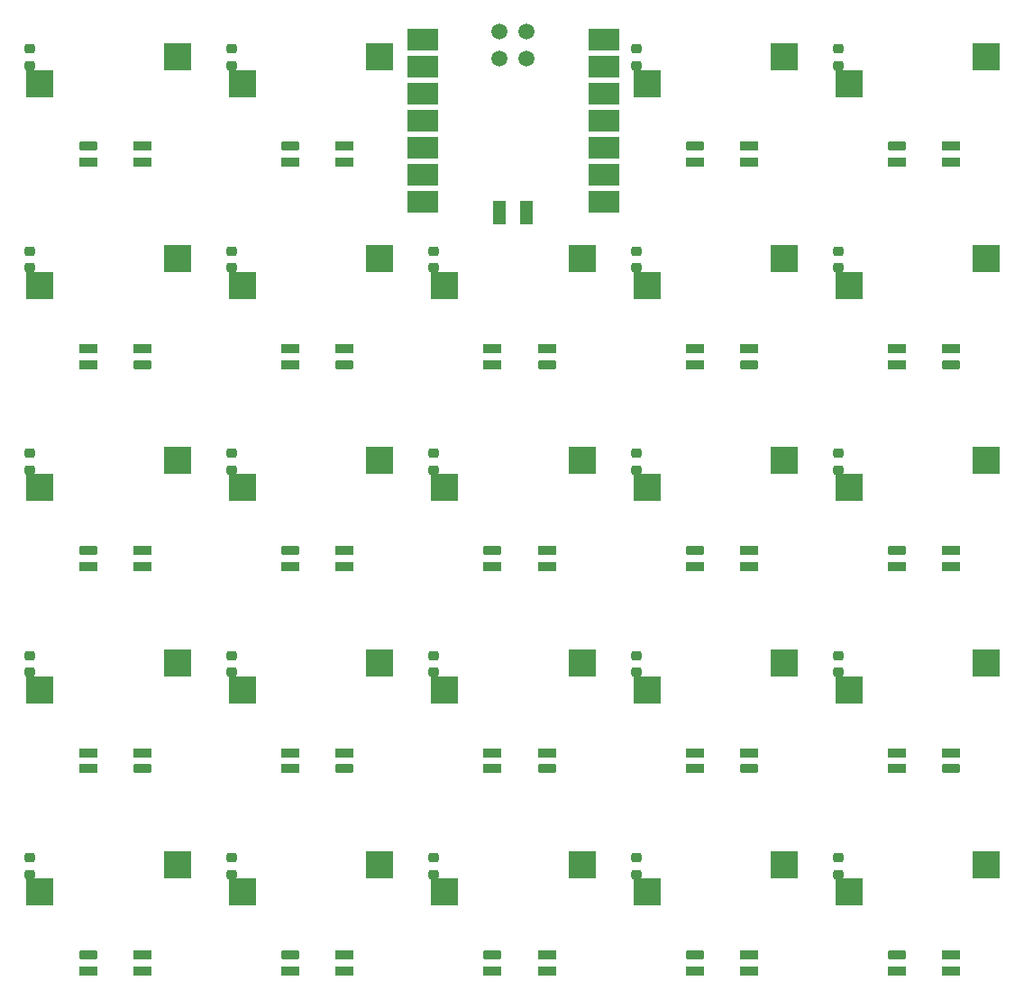
<source format=gbr>
%TF.GenerationSoftware,KiCad,Pcbnew,7.0.5*%
%TF.CreationDate,2023-09-25T20:55:41-06:00*%
%TF.ProjectId,switch_tester_macro_pad_r2,73776974-6368-45f7-9465-737465725f6d,rev?*%
%TF.SameCoordinates,Original*%
%TF.FileFunction,Paste,Bot*%
%TF.FilePolarity,Positive*%
%FSLAX46Y46*%
G04 Gerber Fmt 4.6, Leading zero omitted, Abs format (unit mm)*
G04 Created by KiCad (PCBNEW 7.0.5) date 2023-09-25 20:55:41*
%MOMM*%
%LPD*%
G01*
G04 APERTURE LIST*
G04 Aperture macros list*
%AMRoundRect*
0 Rectangle with rounded corners*
0 $1 Rounding radius*
0 $2 $3 $4 $5 $6 $7 $8 $9 X,Y pos of 4 corners*
0 Add a 4 corners polygon primitive as box body*
4,1,4,$2,$3,$4,$5,$6,$7,$8,$9,$2,$3,0*
0 Add four circle primitives for the rounded corners*
1,1,$1+$1,$2,$3*
1,1,$1+$1,$4,$5*
1,1,$1+$1,$6,$7*
1,1,$1+$1,$8,$9*
0 Add four rect primitives between the rounded corners*
20,1,$1+$1,$2,$3,$4,$5,0*
20,1,$1+$1,$4,$5,$6,$7,0*
20,1,$1+$1,$6,$7,$8,$9,0*
20,1,$1+$1,$8,$9,$2,$3,0*%
G04 Aperture macros list end*
%ADD10R,3.000000X2.000000*%
%ADD11C,1.500000*%
%ADD12R,1.300000X2.300000*%
%ADD13RoundRect,0.218750X0.256250X-0.218750X0.256250X0.218750X-0.256250X0.218750X-0.256250X-0.218750X0*%
%ADD14R,2.550000X2.500000*%
%ADD15R,1.700000X0.820000*%
%ADD16RoundRect,0.205000X-0.645000X-0.205000X0.645000X-0.205000X0.645000X0.205000X-0.645000X0.205000X0*%
G04 APERTURE END LIST*
D10*
%TO.C,U1*%
X105896717Y-30389387D03*
X105896717Y-32929387D03*
X105896717Y-35469387D03*
X105896717Y-38009387D03*
X105896717Y-40549387D03*
X105896717Y-43089387D03*
X105896717Y-45629387D03*
X88896717Y-45629387D03*
X88896717Y-43089387D03*
X88896717Y-40549387D03*
X88896717Y-38009387D03*
X88896717Y-35469387D03*
X88896717Y-32929387D03*
X88896717Y-30389387D03*
D11*
X98666717Y-29619387D03*
X96126717Y-29619387D03*
X98666717Y-32159387D03*
X96126717Y-32159387D03*
D12*
X98666717Y-46609387D03*
X96126717Y-46609387D03*
%TD*%
D13*
%TO.C,K24*%
X127961570Y-108830621D03*
D14*
X128949038Y-110503897D03*
X141849038Y-107963897D03*
D15*
X138555607Y-117908052D03*
X138555607Y-116408052D03*
D16*
X133455607Y-116408052D03*
D15*
X133455607Y-117908052D03*
D13*
X127961570Y-107255621D03*
%TD*%
%TO.C,K23*%
X108961570Y-108830621D03*
D14*
X109949038Y-110503897D03*
X122849038Y-107963897D03*
D15*
X119555607Y-117908052D03*
X119555607Y-116408052D03*
D16*
X114455607Y-116408052D03*
D15*
X114455607Y-117908052D03*
D13*
X108961570Y-107255621D03*
%TD*%
%TO.C,K22*%
X89961570Y-108830621D03*
D14*
X90949038Y-110503897D03*
X103849038Y-107963897D03*
D15*
X100555607Y-117908052D03*
X100555607Y-116408052D03*
D16*
X95455607Y-116408052D03*
D15*
X95455607Y-117908052D03*
D13*
X89961570Y-107255621D03*
%TD*%
%TO.C,K21*%
X70961570Y-108830621D03*
D14*
X71949038Y-110503897D03*
X84849038Y-107963897D03*
D15*
X81555607Y-117908052D03*
X81555607Y-116408052D03*
D16*
X76455607Y-116408052D03*
D15*
X76455607Y-117908052D03*
D13*
X70961570Y-107255621D03*
%TD*%
%TO.C,K20*%
X51961570Y-108830621D03*
D14*
X52949038Y-110503897D03*
X65849038Y-107963897D03*
D15*
X62555607Y-117908052D03*
X62555607Y-116408052D03*
D16*
X57455607Y-116408052D03*
D15*
X57455607Y-117908052D03*
D13*
X51961570Y-107255621D03*
%TD*%
%TO.C,K19*%
X51961570Y-89830621D03*
D14*
X52949038Y-91503897D03*
X65849038Y-88963897D03*
D15*
X57455607Y-97408052D03*
X57455607Y-98908052D03*
D16*
X62555607Y-98908052D03*
D15*
X62555607Y-97408052D03*
D13*
X51961570Y-88255621D03*
%TD*%
%TO.C,K18*%
X70961570Y-89830621D03*
D14*
X71949038Y-91503897D03*
X84849038Y-88963897D03*
D15*
X76455607Y-97408052D03*
X76455607Y-98908052D03*
D16*
X81555607Y-98908052D03*
D15*
X81555607Y-97408052D03*
D13*
X70961570Y-88255621D03*
%TD*%
%TO.C,K17*%
X89961570Y-89830621D03*
D14*
X90949038Y-91503897D03*
X103849038Y-88963897D03*
D15*
X95455607Y-97408052D03*
X95455607Y-98908052D03*
D16*
X100555607Y-98908052D03*
D15*
X100555607Y-97408052D03*
D13*
X89961570Y-88255621D03*
%TD*%
%TO.C,K16*%
X108961570Y-89830621D03*
D14*
X109949038Y-91503897D03*
X122849038Y-88963897D03*
D15*
X114455607Y-97408052D03*
X114455607Y-98908052D03*
D16*
X119555607Y-98908052D03*
D15*
X119555607Y-97408052D03*
D13*
X108961570Y-88255621D03*
%TD*%
%TO.C,K15*%
X127961570Y-89830621D03*
D14*
X128949038Y-91503897D03*
X141849038Y-88963897D03*
D15*
X133455607Y-97408052D03*
X133455607Y-98908052D03*
D16*
X138555607Y-98908052D03*
D15*
X138555607Y-97408052D03*
D13*
X127961570Y-88255621D03*
%TD*%
%TO.C,K14*%
X127961570Y-70830621D03*
D14*
X128949038Y-72503897D03*
X141849038Y-69963897D03*
D15*
X138555607Y-79908052D03*
X138555607Y-78408052D03*
D16*
X133455607Y-78408052D03*
D15*
X133455607Y-79908052D03*
D13*
X127961570Y-69255621D03*
%TD*%
%TO.C,K13*%
X108961570Y-70830621D03*
D14*
X109949038Y-72503897D03*
X122849038Y-69963897D03*
D15*
X119555607Y-79908052D03*
X119555607Y-78408052D03*
D16*
X114455607Y-78408052D03*
D15*
X114455607Y-79908052D03*
D13*
X108961570Y-69255621D03*
%TD*%
%TO.C,K12*%
X89961570Y-70830621D03*
D14*
X90949038Y-72503897D03*
X103849038Y-69963897D03*
D15*
X100555607Y-79908052D03*
X100555607Y-78408052D03*
D16*
X95455607Y-78408052D03*
D15*
X95455607Y-79908052D03*
D13*
X89961570Y-69255621D03*
%TD*%
%TO.C,K11*%
X70961570Y-70830621D03*
D14*
X71949038Y-72503897D03*
X84849038Y-69963897D03*
D15*
X81555607Y-79908052D03*
X81555607Y-78408052D03*
D16*
X76455607Y-78408052D03*
D15*
X76455607Y-79908052D03*
D13*
X70961570Y-69255621D03*
%TD*%
%TO.C,K10*%
X51961570Y-70830621D03*
D14*
X52949038Y-72503897D03*
X65849038Y-69963897D03*
D15*
X62555607Y-79908052D03*
X62555607Y-78408052D03*
D16*
X57455607Y-78408052D03*
D15*
X57455607Y-79908052D03*
D13*
X51961570Y-69255621D03*
%TD*%
%TO.C,K9*%
X51961570Y-51830621D03*
D14*
X52949038Y-53503897D03*
X65849038Y-50963897D03*
D15*
X57455607Y-59408052D03*
X57455607Y-60908052D03*
D16*
X62555607Y-60908052D03*
D15*
X62555607Y-59408052D03*
D13*
X51961570Y-50255621D03*
%TD*%
%TO.C,K8*%
X70961570Y-51830621D03*
D14*
X71949038Y-53503897D03*
X84849038Y-50963897D03*
D15*
X76455607Y-59408052D03*
X76455607Y-60908052D03*
D16*
X81555607Y-60908052D03*
D15*
X81555607Y-59408052D03*
D13*
X70961570Y-50255621D03*
%TD*%
%TO.C,K7*%
X89961570Y-51830621D03*
D14*
X90949038Y-53503897D03*
X103849038Y-50963897D03*
D15*
X95455607Y-59408052D03*
X95455607Y-60908052D03*
D16*
X100555607Y-60908052D03*
D15*
X100555607Y-59408052D03*
D13*
X89961570Y-50255621D03*
%TD*%
%TO.C,K6*%
X108961570Y-51830621D03*
D14*
X109949038Y-53503897D03*
X122849038Y-50963897D03*
D15*
X114455607Y-59408052D03*
X114455607Y-60908052D03*
D16*
X119555607Y-60908052D03*
D15*
X119555607Y-59408052D03*
D13*
X108961570Y-50255621D03*
%TD*%
%TO.C,K5*%
X127961570Y-51830621D03*
D14*
X128949038Y-53503897D03*
X141849038Y-50963897D03*
D15*
X133455607Y-59408052D03*
X133455607Y-60908052D03*
D16*
X138555607Y-60908052D03*
D15*
X138555607Y-59408052D03*
D13*
X127961570Y-50255621D03*
%TD*%
%TO.C,K4*%
X127961570Y-32830621D03*
D14*
X128949038Y-34503897D03*
X141849038Y-31963897D03*
D15*
X138555607Y-41908052D03*
X138555607Y-40408052D03*
D16*
X133455607Y-40408052D03*
D15*
X133455607Y-41908052D03*
D13*
X127961570Y-31255621D03*
%TD*%
%TO.C,K3*%
X108961570Y-32830621D03*
D14*
X109949038Y-34503897D03*
X122849038Y-31963897D03*
D15*
X119555607Y-41908052D03*
X119555607Y-40408052D03*
D16*
X114455607Y-40408052D03*
D15*
X114455607Y-41908052D03*
D13*
X108961570Y-31255621D03*
%TD*%
%TO.C,K2*%
X70961570Y-31255621D03*
D15*
X76455607Y-41908052D03*
D16*
X76455607Y-40408052D03*
D15*
X81555607Y-40408052D03*
X81555607Y-41908052D03*
D14*
X84849038Y-31963897D03*
X71949038Y-34503897D03*
D13*
X70961570Y-32830621D03*
%TD*%
%TO.C,K1*%
X51961570Y-31255621D03*
D15*
X57455607Y-41908052D03*
D16*
X57455607Y-40408052D03*
D15*
X62555607Y-40408052D03*
X62555607Y-41908052D03*
D14*
X65849038Y-31963897D03*
X52949038Y-34503897D03*
D13*
X51961570Y-32830621D03*
%TD*%
M02*

</source>
